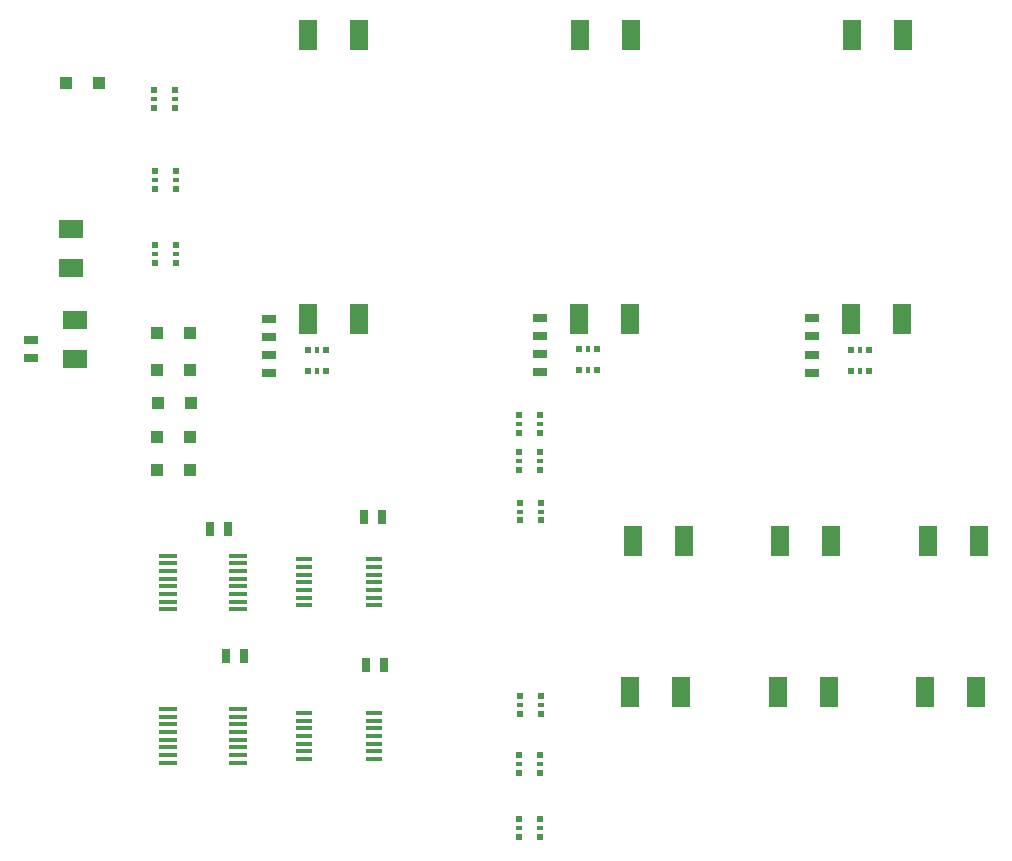
<source format=gtp>
G04 #@! TF.FileFunction,Paste,Top*
%FSLAX46Y46*%
G04 Gerber Fmt 4.6, Leading zero omitted, Abs format (unit mm)*
G04 Created by KiCad (PCBNEW 4.0.7-e2-6376~58~ubuntu14.04.1) date Sun Jan 28 19:01:43 2018*
%MOMM*%
%LPD*%
G01*
G04 APERTURE LIST*
%ADD10C,0.150000*%
%ADD11R,0.635000X1.143000*%
%ADD12R,1.143000X0.635000*%
%ADD13R,2.032000X1.524000*%
%ADD14R,1.100000X1.100000*%
%ADD15R,0.600000X0.600000*%
%ADD16R,0.600000X0.400000*%
%ADD17R,0.400000X0.600000*%
%ADD18R,1.500000X0.450000*%
%ADD19R,1.524000X2.540000*%
%ADD20R,1.450000X0.450000*%
G04 APERTURE END LIST*
D10*
D11*
X71638000Y-98500000D03*
X73162000Y-98500000D03*
X60062000Y-99500000D03*
X58538000Y-99500000D03*
X61462000Y-110200000D03*
X59938000Y-110200000D03*
X71738000Y-111000000D03*
X73262000Y-111000000D03*
D12*
X43400000Y-83438000D03*
X43400000Y-84962000D03*
D13*
X46800000Y-77351000D03*
X46800000Y-74049000D03*
X47100000Y-81749000D03*
X47100000Y-85051000D03*
D14*
X54100000Y-82900000D03*
X56900000Y-82900000D03*
X54100000Y-86000000D03*
X56900000Y-86000000D03*
X54200000Y-88800000D03*
X57000000Y-88800000D03*
X46400000Y-61700000D03*
X49200000Y-61700000D03*
X54100000Y-91700000D03*
X56900000Y-91700000D03*
X54100000Y-94500000D03*
X56900000Y-94500000D03*
D15*
X84800000Y-97250000D03*
D16*
X84800000Y-98000000D03*
D15*
X84800000Y-98750000D03*
X86600000Y-98750000D03*
D16*
X86600000Y-98000000D03*
D15*
X86600000Y-97250000D03*
X84800000Y-113650000D03*
D16*
X84800000Y-114400000D03*
D15*
X84800000Y-115150000D03*
X86600000Y-115150000D03*
D16*
X86600000Y-114400000D03*
D15*
X86600000Y-113650000D03*
X53800000Y-62350000D03*
D16*
X53800000Y-63100000D03*
D15*
X53800000Y-63850000D03*
X55600000Y-63850000D03*
D16*
X55600000Y-63100000D03*
D15*
X55600000Y-62350000D03*
X84700000Y-92950000D03*
D16*
X84700000Y-93700000D03*
D15*
X84700000Y-94450000D03*
X86500000Y-94450000D03*
D16*
X86500000Y-93700000D03*
D15*
X86500000Y-92950000D03*
X84700000Y-118650000D03*
D16*
X84700000Y-119400000D03*
D15*
X84700000Y-120150000D03*
X86500000Y-120150000D03*
D16*
X86500000Y-119400000D03*
D15*
X86500000Y-118650000D03*
X53900000Y-69150000D03*
D16*
X53900000Y-69900000D03*
D15*
X53900000Y-70650000D03*
X55700000Y-70650000D03*
D16*
X55700000Y-69900000D03*
D15*
X55700000Y-69150000D03*
X84700000Y-89850000D03*
D16*
X84700000Y-90600000D03*
D15*
X84700000Y-91350000D03*
X86500000Y-91350000D03*
D16*
X86500000Y-90600000D03*
D15*
X86500000Y-89850000D03*
X84700000Y-124050000D03*
D16*
X84700000Y-124800000D03*
D15*
X84700000Y-125550000D03*
X86500000Y-125550000D03*
D16*
X86500000Y-124800000D03*
D15*
X86500000Y-124050000D03*
X53900000Y-75450000D03*
D16*
X53900000Y-76200000D03*
D15*
X53900000Y-76950000D03*
X55700000Y-76950000D03*
D16*
X55700000Y-76200000D03*
D15*
X55700000Y-75450000D03*
X68350000Y-84300000D03*
D17*
X67600000Y-84300000D03*
D15*
X66850000Y-84300000D03*
X66850000Y-86100000D03*
D17*
X67600000Y-86100000D03*
D15*
X68350000Y-86100000D03*
X91350000Y-84200000D03*
D17*
X90600000Y-84200000D03*
D15*
X89850000Y-84200000D03*
X89850000Y-86000000D03*
D17*
X90600000Y-86000000D03*
D15*
X91350000Y-86000000D03*
X114350000Y-84300000D03*
D17*
X113600000Y-84300000D03*
D15*
X112850000Y-84300000D03*
X112850000Y-86100000D03*
D17*
X113600000Y-86100000D03*
D15*
X114350000Y-86100000D03*
D12*
X63600000Y-86262000D03*
X63600000Y-84738000D03*
X86500000Y-86162000D03*
X86500000Y-84638000D03*
X109500000Y-86262000D03*
X109500000Y-84738000D03*
X63600000Y-81738000D03*
X63600000Y-83262000D03*
X86500000Y-81638000D03*
X86500000Y-83162000D03*
X109500000Y-81638000D03*
X109500000Y-83162000D03*
D18*
X55050000Y-101725000D03*
X55050000Y-102375000D03*
X55050000Y-103025000D03*
X55050000Y-103675000D03*
X55050000Y-104325000D03*
X55050000Y-104975000D03*
X55050000Y-105625000D03*
X55050000Y-106275000D03*
X60950000Y-106275000D03*
X60950000Y-105625000D03*
X60950000Y-104975000D03*
X60950000Y-104325000D03*
X60950000Y-103675000D03*
X60950000Y-103025000D03*
X60950000Y-102375000D03*
X60950000Y-101725000D03*
X55050000Y-114725000D03*
X55050000Y-115375000D03*
X55050000Y-116025000D03*
X55050000Y-116675000D03*
X55050000Y-117325000D03*
X55050000Y-117975000D03*
X55050000Y-118625000D03*
X55050000Y-119275000D03*
X60950000Y-119275000D03*
X60950000Y-118625000D03*
X60950000Y-117975000D03*
X60950000Y-117325000D03*
X60950000Y-116675000D03*
X60950000Y-116025000D03*
X60950000Y-115375000D03*
X60950000Y-114725000D03*
D19*
X71209800Y-57689600D03*
X66891800Y-57689600D03*
X94209800Y-57689600D03*
X89891800Y-57689600D03*
X117209800Y-57689600D03*
X112891800Y-57689600D03*
X66841000Y-81658000D03*
X71159000Y-81658000D03*
X89841000Y-81658000D03*
X94159000Y-81658000D03*
X112841000Y-81658000D03*
X117159000Y-81658000D03*
X94341000Y-100458000D03*
X98659000Y-100458000D03*
X106841000Y-100458000D03*
X111159000Y-100458000D03*
X119341000Y-100458000D03*
X123659000Y-100458000D03*
X98459000Y-113242000D03*
X94141000Y-113242000D03*
X110959000Y-113242000D03*
X106641000Y-113242000D03*
X123459000Y-113242000D03*
X119141000Y-113242000D03*
D20*
X66550000Y-102050000D03*
X66550000Y-102700000D03*
X66550000Y-103350000D03*
X66550000Y-104000000D03*
X66550000Y-104650000D03*
X66550000Y-105300000D03*
X66550000Y-105950000D03*
X72450000Y-105950000D03*
X72450000Y-105300000D03*
X72450000Y-104650000D03*
X72450000Y-104000000D03*
X72450000Y-103350000D03*
X72450000Y-102700000D03*
X72450000Y-102050000D03*
X66550000Y-115050000D03*
X66550000Y-115700000D03*
X66550000Y-116350000D03*
X66550000Y-117000000D03*
X66550000Y-117650000D03*
X66550000Y-118300000D03*
X66550000Y-118950000D03*
X72450000Y-118950000D03*
X72450000Y-118300000D03*
X72450000Y-117650000D03*
X72450000Y-117000000D03*
X72450000Y-116350000D03*
X72450000Y-115700000D03*
X72450000Y-115050000D03*
M02*

</source>
